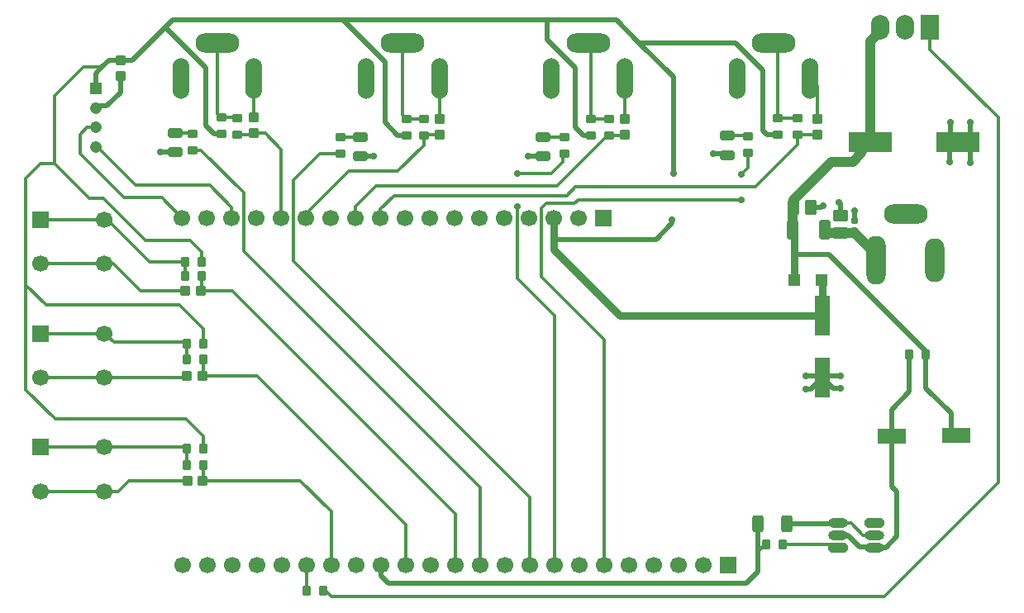
<source format=gtl>
G04 DipTrace 4.2.0.1*
G04 Led_Race.gtl*
%MOIN*%
G04 #@! TF.FileFunction,Copper,L1,Top*
G04 #@! TF.Part,Single*
%AMOUTLINE0*
4,1,28,
0.021063,0.009646,
0.021063,-0.009646,
0.020741,-0.012091,
0.019797,-0.01437,
0.018295,-0.016327,
0.016339,-0.017829,
0.01406,-0.018773,
0.011614,-0.019094,
-0.011614,-0.019094,
-0.01406,-0.018773,
-0.016339,-0.017829,
-0.018295,-0.016327,
-0.019797,-0.01437,
-0.020741,-0.012091,
-0.021063,-0.009646,
-0.021063,0.009646,
-0.020741,0.012091,
-0.019797,0.01437,
-0.018295,0.016327,
-0.016339,0.017829,
-0.01406,0.018773,
-0.011614,0.019094,
0.011614,0.019094,
0.01406,0.018773,
0.016339,0.017829,
0.018295,0.016327,
0.019797,0.01437,
0.020741,0.012091,
0.021063,0.009646,
0*%
%AMOUTLINE3*
4,1,28,
-0.021063,-0.009646,
-0.021063,0.009646,
-0.020741,0.012091,
-0.019797,0.01437,
-0.018295,0.016327,
-0.016339,0.017829,
-0.01406,0.018773,
-0.011614,0.019094,
0.011614,0.019094,
0.01406,0.018773,
0.016339,0.017829,
0.018295,0.016327,
0.019797,0.01437,
0.020741,0.012091,
0.021063,0.009646,
0.021063,-0.009646,
0.020741,-0.012091,
0.019797,-0.01437,
0.018295,-0.016327,
0.016339,-0.017829,
0.01406,-0.018773,
0.011614,-0.019094,
-0.011614,-0.019094,
-0.01406,-0.018773,
-0.016339,-0.017829,
-0.018295,-0.016327,
-0.019797,-0.01437,
-0.020741,-0.012091,
-0.021063,-0.009646,
0*%
%AMOUTLINE6*
4,1,28,
0.009646,-0.021063,
-0.009645,-0.021063,
-0.012091,-0.020741,
-0.01437,-0.019797,
-0.016327,-0.018296,
-0.017828,-0.016339,
-0.018772,-0.01406,
-0.019094,-0.011615,
-0.019095,0.011614,
-0.018773,0.014059,
-0.017829,0.016338,
-0.016327,0.018295,
-0.014371,0.019797,
-0.012092,0.020741,
-0.009646,0.021063,
0.009645,0.021063,
0.012091,0.020741,
0.01437,0.019797,
0.016327,0.018296,
0.017828,0.016339,
0.018772,0.01406,
0.019094,0.011615,
0.019095,-0.011614,
0.018773,-0.014059,
0.017829,-0.016338,
0.016327,-0.018295,
0.014371,-0.019797,
0.012092,-0.020741,
0.009646,-0.021063,
0*%
%AMOUTLINE9*
4,1,28,
-0.009646,0.021063,
0.009645,0.021063,
0.012091,0.020741,
0.01437,0.019797,
0.016327,0.018296,
0.017828,0.016339,
0.018772,0.01406,
0.019094,0.011615,
0.019095,-0.011614,
0.018773,-0.014059,
0.017829,-0.016338,
0.016327,-0.018295,
0.014371,-0.019797,
0.012092,-0.020741,
0.009646,-0.021063,
-0.009645,-0.021063,
-0.012091,-0.020741,
-0.01437,-0.019797,
-0.016327,-0.018296,
-0.017828,-0.016339,
-0.018772,-0.01406,
-0.019094,-0.011615,
-0.019095,0.011614,
-0.018773,0.014059,
-0.017829,0.016338,
-0.016327,0.018295,
-0.014371,0.019797,
-0.012092,0.020741,
-0.009646,0.021063,
0*%
%AMOUTLINE12*
4,1,28,
-0.012401,-0.006103,
-0.012402,0.006102,
-0.012201,0.00763,
-0.011611,0.009055,
-0.010672,0.010278,
-0.009449,0.011216,
-0.008025,0.011806,
-0.006496,0.012008,
0.006496,0.012008,
0.008024,0.011807,
0.009448,0.011217,
0.010672,0.010279,
0.01161,0.009055,
0.0122,0.007631,
0.012401,0.006103,
0.012402,-0.006102,
0.012201,-0.00763,
0.011611,-0.009055,
0.010672,-0.010278,
0.009449,-0.011216,
0.008025,-0.011806,
0.006496,-0.012008,
-0.006496,-0.012008,
-0.008024,-0.011807,
-0.009448,-0.011217,
-0.010672,-0.010279,
-0.01161,-0.009055,
-0.0122,-0.007631,
-0.012401,-0.006103,
0*%
%AMOUTLINE15*
4,1,28,
0.012401,0.006103,
0.012402,-0.006102,
0.012201,-0.00763,
0.011611,-0.009055,
0.010672,-0.010278,
0.009449,-0.011216,
0.008025,-0.011806,
0.006496,-0.012008,
-0.006496,-0.012008,
-0.008024,-0.011807,
-0.009448,-0.011217,
-0.010672,-0.010279,
-0.01161,-0.009055,
-0.0122,-0.007631,
-0.012401,-0.006103,
-0.012402,0.006102,
-0.012201,0.00763,
-0.011611,0.009055,
-0.010672,0.010278,
-0.009449,0.011216,
-0.008025,0.011806,
-0.006496,0.012008,
0.006496,0.012008,
0.008024,0.011807,
0.009448,0.011217,
0.010672,0.010279,
0.01161,0.009055,
0.0122,0.007631,
0.012401,0.006103,
0*%
%AMOUTLINE18*
4,1,28,
-0.030905,-0.013977,
-0.030906,0.013976,
-0.03057,0.016523,
-0.029587,0.018897,
-0.028023,0.020936,
-0.025985,0.0225,
-0.023611,0.023483,
-0.021063,0.023819,
0.021063,0.023819,
0.02361,0.023484,
0.025984,0.022501,
0.028022,0.020937,
0.029587,0.018898,
0.03057,0.016524,
0.030905,0.013977,
0.030906,-0.013976,
0.03057,-0.016523,
0.029587,-0.018897,
0.028023,-0.020936,
0.025985,-0.0225,
0.023611,-0.023483,
0.021063,-0.023819,
-0.021063,-0.023819,
-0.02361,-0.023484,
-0.025984,-0.022501,
-0.028022,-0.020937,
-0.029587,-0.018898,
-0.03057,-0.016524,
-0.030905,-0.013977,
0*%
%AMOUTLINE21*
4,1,28,
0.030905,0.013977,
0.030906,-0.013976,
0.03057,-0.016523,
0.029587,-0.018897,
0.028023,-0.020936,
0.025985,-0.0225,
0.023611,-0.023483,
0.021063,-0.023819,
-0.021063,-0.023819,
-0.02361,-0.023484,
-0.025984,-0.022501,
-0.028022,-0.020937,
-0.029587,-0.018898,
-0.03057,-0.016524,
-0.030905,-0.013977,
-0.030906,0.013976,
-0.03057,0.016523,
-0.029587,0.018897,
-0.028023,0.020936,
-0.025985,0.0225,
-0.023611,0.023483,
-0.021063,0.023819,
0.021063,0.023819,
0.02361,0.023484,
0.025984,0.022501,
0.028022,0.020937,
0.029587,0.018898,
0.03057,0.016524,
0.030905,0.013977,
0*%
%AMOUTLINE24*
4,1,28,
-0.013977,0.030905,
0.013975,0.030906,
0.016523,0.030571,
0.018897,0.029587,
0.020935,0.028023,
0.022499,0.025985,
0.023483,0.023611,
0.023818,0.021064,
0.02382,-0.021062,
0.023484,-0.02361,
0.022501,-0.025984,
0.020937,-0.028022,
0.018898,-0.029586,
0.016525,-0.03057,
0.013977,-0.030905,
-0.013975,-0.030906,
-0.016523,-0.030571,
-0.018897,-0.029587,
-0.020935,-0.028023,
-0.022499,-0.025985,
-0.023483,-0.023611,
-0.023818,-0.021064,
-0.02382,0.021062,
-0.023484,0.02361,
-0.022501,0.025984,
-0.020937,0.028022,
-0.018898,0.029586,
-0.016525,0.03057,
-0.013977,0.030905,
0*%
%AMOUTLINE27*
4,1,28,
0.013977,-0.030905,
-0.013975,-0.030906,
-0.016523,-0.030571,
-0.018897,-0.029587,
-0.020935,-0.028023,
-0.022499,-0.025985,
-0.023483,-0.023611,
-0.023818,-0.021064,
-0.02382,0.021062,
-0.023484,0.02361,
-0.022501,0.025984,
-0.020937,0.028022,
-0.018898,0.029586,
-0.016525,0.03057,
-0.013977,0.030905,
0.013975,0.030906,
0.016523,0.030571,
0.018897,0.029587,
0.020935,0.028023,
0.022499,0.025985,
0.023483,0.023611,
0.023818,0.021064,
0.02382,-0.021062,
0.023484,-0.02361,
0.022501,-0.025984,
0.020937,-0.028022,
0.018898,-0.029586,
0.016525,-0.03057,
0.013977,-0.030905,
0*%
%AMOUTLINE30*
4,1,28,
-0.029134,-0.009449,
-0.029134,0.009449,
-0.028812,0.011894,
-0.027868,0.014173,
-0.026366,0.01613,
-0.024409,0.017632,
-0.022131,0.018576,
-0.019685,0.018898,
0.019685,0.018898,
0.022131,0.018576,
0.024409,0.017632,
0.026366,0.01613,
0.027868,0.014173,
0.028812,0.011894,
0.029134,0.009449,
0.029134,-0.009449,
0.028812,-0.011894,
0.027868,-0.014173,
0.026366,-0.01613,
0.024409,-0.017632,
0.022131,-0.018576,
0.019685,-0.018898,
-0.019685,-0.018898,
-0.022131,-0.018576,
-0.024409,-0.017632,
-0.026366,-0.01613,
-0.027868,-0.014173,
-0.028812,-0.011894,
-0.029134,-0.009449,
0*%
%AMOUTLINE33*
4,1,28,
0.029134,0.009449,
0.029134,-0.009449,
0.028812,-0.011894,
0.027868,-0.014173,
0.026366,-0.01613,
0.024409,-0.017632,
0.022131,-0.018576,
0.019685,-0.018898,
-0.019685,-0.018898,
-0.022131,-0.018576,
-0.024409,-0.017632,
-0.026366,-0.01613,
-0.027868,-0.014173,
-0.028812,-0.011894,
-0.029134,-0.009449,
-0.029134,0.009449,
-0.028812,0.011894,
-0.027868,0.014173,
-0.026366,0.01613,
-0.024409,0.017632,
-0.022131,0.018576,
-0.019685,0.018898,
0.019685,0.018898,
0.022131,0.018576,
0.024409,0.017632,
0.026366,0.01613,
0.027868,0.014173,
0.028812,0.011894,
0.029134,0.009449,
0*%
%AMOUTLINE36*
4,1,28,
0.012598,-0.039567,
-0.012598,-0.039567,
-0.015146,-0.039232,
-0.01752,-0.038248,
-0.019558,-0.036684,
-0.021122,-0.034646,
-0.022106,-0.032272,
-0.022441,-0.029724,
-0.022441,0.029724,
-0.022106,0.032272,
-0.021122,0.034646,
-0.019558,0.036684,
-0.01752,0.038248,
-0.015146,0.039232,
-0.012598,0.039567,
0.012598,0.039567,
0.015146,0.039232,
0.01752,0.038248,
0.019558,0.036684,
0.021122,0.034646,
0.022106,0.032272,
0.022441,0.029724,
0.022441,-0.029724,
0.022106,-0.032272,
0.021122,-0.034646,
0.019558,-0.036684,
0.01752,-0.038248,
0.015146,-0.039232,
0.012598,-0.039567,
0*%
%AMOUTLINE39*
4,1,28,
-0.012598,0.039567,
0.012598,0.039567,
0.015146,0.039232,
0.01752,0.038248,
0.019558,0.036684,
0.021122,0.034646,
0.022106,0.032272,
0.022441,0.029724,
0.022441,-0.029724,
0.022106,-0.032272,
0.021122,-0.034646,
0.019558,-0.036684,
0.01752,-0.038248,
0.015146,-0.039232,
0.012598,-0.039567,
-0.012598,-0.039567,
-0.015146,-0.039232,
-0.01752,-0.038248,
-0.019558,-0.036684,
-0.021122,-0.034646,
-0.022106,-0.032272,
-0.022441,-0.029724,
-0.022441,0.029724,
-0.022106,0.032272,
-0.021122,0.034646,
-0.019558,0.036684,
-0.01752,0.038248,
-0.015146,0.039232,
-0.012598,0.039567,
0*%
%AMOUTLINE42*
4,1,8,
0.029528,-0.019685,
0.03937,-0.009843,
0.03937,0.009843,
0.029528,0.019685,
-0.029528,0.019685,
-0.03937,0.009843,
-0.03937,-0.009843,
-0.029528,-0.019685,
0.029528,-0.019685,
0*%
%AMOUTLINE45*
4,1,8,
-0.029528,0.019685,
-0.03937,0.009843,
-0.03937,-0.009843,
-0.029528,-0.019685,
0.029528,-0.019685,
0.03937,-0.009843,
0.03937,0.009843,
0.029528,0.019685,
-0.029528,0.019685,
0*%
%AMOUTLINE48*
4,1,28,
0.021063,0.008465,
0.021063,-0.008464,
0.020782,-0.010604,
0.019956,-0.012598,
0.018642,-0.01431,
0.01693,-0.015624,
0.014936,-0.01645,
0.012796,-0.016732,
-0.012795,-0.016733,
-0.014935,-0.016451,
-0.016929,-0.015625,
-0.018641,-0.014311,
-0.019955,-0.012599,
-0.020781,-0.010605,
-0.021063,-0.008465,
-0.021063,0.008464,
-0.020782,0.010604,
-0.019956,0.012598,
-0.018642,0.01431,
-0.01693,0.015624,
-0.014936,0.01645,
-0.012796,0.016732,
0.012795,0.016733,
0.014935,0.016451,
0.016929,0.015625,
0.018641,0.014311,
0.019955,0.012599,
0.020781,0.010605,
0.021063,0.008465,
0*%
%AMOUTLINE51*
4,1,28,
-0.021063,-0.008465,
-0.021063,0.008464,
-0.020782,0.010604,
-0.019956,0.012598,
-0.018642,0.01431,
-0.01693,0.015624,
-0.014936,0.01645,
-0.012796,0.016732,
0.012795,0.016733,
0.014935,0.016451,
0.016929,0.015625,
0.018641,0.014311,
0.019955,0.012599,
0.020781,0.010605,
0.021063,0.008465,
0.021063,-0.008464,
0.020782,-0.010604,
0.019956,-0.012598,
0.018642,-0.01431,
0.01693,-0.015624,
0.014936,-0.01645,
0.012796,-0.016732,
-0.012795,-0.016733,
-0.014935,-0.016451,
-0.016929,-0.015625,
-0.018641,-0.014311,
-0.019955,-0.012599,
-0.020781,-0.010605,
-0.021063,-0.008465,
0*%
%AMOUTLINE54*
4,1,28,
-0.008465,0.021063,
0.008465,0.021063,
0.010604,0.020781,
0.012598,0.019955,
0.014311,0.018641,
0.015625,0.016929,
0.016451,0.014935,
0.016732,0.012795,
0.016732,-0.012795,
0.016451,-0.014935,
0.015625,-0.016929,
0.014311,-0.018641,
0.012598,-0.019955,
0.010604,-0.020781,
0.008465,-0.021063,
-0.008465,-0.021063,
-0.010604,-0.020781,
-0.012598,-0.019955,
-0.014311,-0.018641,
-0.015625,-0.016929,
-0.016451,-0.014935,
-0.016732,-0.012795,
-0.016732,0.012795,
-0.016451,0.014935,
-0.015625,0.016929,
-0.014311,0.018641,
-0.012598,0.019955,
-0.010604,0.020781,
-0.008465,0.021063,
0*%
%AMOUTLINE57*
4,1,28,
0.008465,-0.021063,
-0.008465,-0.021063,
-0.010604,-0.020781,
-0.012598,-0.019955,
-0.014311,-0.018641,
-0.015625,-0.016929,
-0.016451,-0.014935,
-0.016732,-0.012795,
-0.016732,0.012795,
-0.016451,0.014935,
-0.015625,0.016929,
-0.014311,0.018641,
-0.012598,0.019955,
-0.010604,0.020781,
-0.008465,0.021063,
0.008465,0.021063,
0.010604,0.020781,
0.012598,0.019955,
0.014311,0.018641,
0.015625,0.016929,
0.016451,0.014935,
0.016732,0.012795,
0.016732,-0.012795,
0.016451,-0.014935,
0.015625,-0.016929,
0.014311,-0.018641,
0.012598,-0.019955,
0.010604,-0.020781,
0.008465,-0.021063,
0*%
%AMOUTLINE60*
4,1,28,
-0.012402,0.034843,
0.012402,0.034843,
0.014949,0.034507,
0.017323,0.033524,
0.019361,0.03196,
0.020925,0.029921,
0.021909,0.027547,
0.022244,0.025,
0.022244,-0.025,
0.021909,-0.027547,
0.020925,-0.029921,
0.019361,-0.03196,
0.017323,-0.033524,
0.014949,-0.034507,
0.012402,-0.034843,
-0.012402,-0.034843,
-0.014949,-0.034507,
-0.017323,-0.033524,
-0.019361,-0.03196,
-0.020925,-0.029921,
-0.021909,-0.027547,
-0.022244,-0.025,
-0.022244,0.025,
-0.021909,0.027547,
-0.020925,0.029921,
-0.019361,0.03196,
-0.017323,0.033524,
-0.014949,0.034507,
-0.012402,0.034843,
0*%
%AMOUTLINE63*
4,1,28,
0.012402,-0.034843,
-0.012402,-0.034843,
-0.014949,-0.034507,
-0.017323,-0.033524,
-0.019361,-0.03196,
-0.020925,-0.029921,
-0.021909,-0.027547,
-0.022244,-0.025,
-0.022244,0.025,
-0.021909,0.027547,
-0.020925,0.029921,
-0.019361,0.03196,
-0.017323,0.033524,
-0.014949,0.034507,
-0.012402,0.034843,
0.012402,0.034843,
0.014949,0.034507,
0.017323,0.033524,
0.019361,0.03196,
0.020925,0.029921,
0.021909,0.027547,
0.022244,0.025,
0.022244,-0.025,
0.021909,-0.027547,
0.020925,-0.029921,
0.019361,-0.03196,
0.017323,-0.033524,
0.014949,-0.034507,
0.012402,-0.034843,
0*%
G04 #@! TA.AperFunction,Conductor*
%ADD15C,0.019685*%
%ADD16C,0.012992*%
%ADD17C,0.031496*%
%ADD18C,0.03937*%
%ADD22R,0.177165X0.082677*%
%ADD23R,0.062992X0.163386*%
%ADD24R,0.047244X0.047244*%
G04 #@! TA.AperFunction,ComponentPad*
%ADD25R,0.066929X0.066929*%
%ADD26C,0.066929*%
%ADD27O,0.177165X0.07874*%
%ADD28O,0.066929X0.165354*%
%ADD30R,0.047559X0.047559*%
%ADD31C,0.047559*%
%ADD32O,0.07874X0.177165*%
%ADD33O,0.07874X0.19685*%
%ADD34R,0.074803X0.098425*%
%ADD35O,0.074803X0.098425*%
%ADD36R,0.11811X0.059055*%
%ADD37O,0.07874X0.03937*%
G04 #@! TA.AperFunction,ViaPad*
%ADD38C,0.028622*%
%ADD83OUTLINE0*%
%ADD86OUTLINE3*%
%ADD89OUTLINE6*%
%ADD92OUTLINE9*%
%ADD95OUTLINE12*%
%ADD98OUTLINE15*%
%ADD101OUTLINE18*%
%ADD104OUTLINE21*%
%ADD107OUTLINE24*%
%ADD110OUTLINE27*%
%ADD113OUTLINE30*%
%ADD116OUTLINE33*%
%ADD119OUTLINE36*%
%ADD122OUTLINE39*%
G04 #@! TA.AperFunction,ComponentPad*
%ADD125OUTLINE42*%
%ADD128OUTLINE45*%
%ADD131OUTLINE48*%
%ADD134OUTLINE51*%
%ADD137OUTLINE54*%
%ADD140OUTLINE57*%
%ADD143OUTLINE60*%
%ADD146OUTLINE63*%
%FSLAX26Y26*%
G04*
G70*
G90*
G75*
G01*
G04 Top*
%LPD*%
X800787Y-1400000D2*
D15*
Y-1442520D1*
X830709Y-1472441D1*
X2275591D1*
X2322835Y-1425197D1*
Y-1344435D1*
Y-1232283D1*
X2354331Y-1314961D2*
D16*
X2352309D1*
X2322835Y-1344435D1*
X500787Y-1400000D2*
Y-1503545D1*
X500394Y-1503938D1*
X2562992Y338583D2*
X2483858D1*
X2482087Y336811D1*
X800000Y0D2*
Y36220D1*
X854331Y90551D1*
X1551181D1*
X1586614Y125984D1*
X2311024D1*
X2482087Y297047D1*
Y336811D1*
X700000Y0D2*
Y48576D1*
X781345Y129921D1*
X1511811D1*
X1716535Y334646D1*
X1720473D1*
X1783858D1*
X1785630Y336417D1*
X500000Y0D2*
Y15748D1*
X673228Y188976D1*
X870079D1*
X976378Y295276D1*
Y334646D1*
X1039370Y338583D2*
X980315D1*
X976378Y334646D1*
X220472Y338583D2*
X283465D1*
X287402Y342520D1*
X400000Y0D2*
Y276490D1*
X333970Y342520D1*
X287402D1*
X2562992Y401575D2*
Y533465D1*
X2533465Y562992D1*
X1785630Y399409D2*
Y562795D1*
X1785433Y562992D1*
X1039370Y401575D2*
Y561024D1*
X1037402Y562992D1*
X287402Y405512D2*
Y561024D1*
X289370Y562992D1*
X-570866Y-182678D2*
X-314961D1*
X-277951D1*
X-168236Y-292394D1*
X12891D1*
X-570866Y-642126D2*
X-314961D1*
X12899D1*
X19428Y-635597D1*
X-570866Y-1101575D2*
X-314961D1*
X-259055D1*
X-215861Y-1058381D1*
X20215D1*
X-248031Y574803D2*
D15*
Y507874D1*
X-303150Y452756D1*
X-339815D1*
X-348028Y444543D1*
X2535433Y43308D2*
X2578741D1*
X2586614Y51181D1*
X2653543Y11811D2*
Y59056D1*
X2649606Y62992D1*
X2712598Y-11024D2*
Y31496D1*
X-86614Y267717D2*
X-28937D1*
X-27559Y266339D1*
X718110Y250591D2*
X770276D1*
X771654Y251969D1*
X1393701D2*
X1453744D1*
X1455122Y250591D1*
X2141732Y259843D2*
X2193430D1*
X2198549Y254724D1*
X2515748Y-637795D2*
X2578740D1*
X2582677Y-641732D1*
X2515748Y-688976D2*
X2535433D1*
X2582677Y-641732D1*
X2653543Y-637795D2*
X2586614D1*
X2582677Y-641732D1*
X2653543Y-685039D2*
X2625984D1*
X2582677Y-641732D1*
X2420866Y-1314961D2*
D16*
X2645669D1*
Y-1330709D1*
X3094488Y228346D2*
D15*
Y271674D1*
X3129921Y307108D1*
X3177165Y224409D2*
Y275591D1*
X3145648Y307108D1*
X3129921D1*
X3098425Y385827D2*
Y338604D1*
X3129921Y307108D1*
X3177165Y385827D2*
Y330709D1*
X3153564Y307108D1*
X3129921D1*
X2403346Y403346D2*
D16*
Y691142D1*
X2385827Y708661D1*
X2482087Y403346D2*
X2403346D1*
X2578740Y-248032D2*
D17*
X2582667D1*
Y-393701D1*
X1766479D1*
X1500000Y-127222D1*
Y-85202D1*
Y0D1*
X-348028Y523283D2*
D15*
Y585043D1*
X-324106Y608965D1*
X-295276Y637795D1*
X-248031D1*
X-200787D1*
X-66056Y772526D1*
X-39370Y799213D1*
X649606D1*
X1473442D1*
X1751969D1*
X1842520Y708661D1*
X1980315Y570866D1*
Y181102D1*
X1976378Y-7874D2*
Y-19685D1*
X1910861Y-85202D1*
X1500000D1*
X2403346Y336811D2*
X2360039D1*
X2342520Y354331D1*
Y598425D1*
X2232283Y708661D1*
X1842520D1*
X1649607Y334646D2*
X1618110D1*
X1586614Y366142D1*
Y606299D1*
X1473442Y719471D1*
Y799213D1*
X905512Y335039D2*
X869685D1*
X818898Y385827D1*
Y629921D1*
X649606Y799213D1*
X157480Y338976D2*
X129528D1*
X94488Y374016D1*
Y606299D1*
X-66056Y766844D1*
Y772526D1*
X77655Y-174957D2*
D16*
Y-136710D1*
X31496Y-90551D1*
X-149606D1*
X-318898Y78740D1*
X-374016D1*
X-515748Y220472D1*
Y492126D1*
X-398909Y608965D1*
X-324106D1*
X84192Y-930181D2*
Y-879467D1*
X15748Y-811024D1*
X-511811D1*
X-629921Y-692913D1*
Y-268205D1*
Y161417D1*
X-570866Y220472D1*
X-515748D1*
X84979Y-504814D2*
Y-447184D1*
X-11811Y-350394D1*
X-547732D1*
X-629921Y-268205D1*
X2198549Y332283D2*
X2280343D1*
X2282114Y330512D1*
X1649605Y401181D2*
Y696851D1*
X1637795Y708661D1*
X1720472Y401181D2*
X1649605D1*
X889764Y708661D2*
Y417323D1*
X905512Y401575D1*
X975984D1*
X976378Y401181D1*
X141732Y708661D2*
Y421260D1*
X157480Y405512D1*
X220079D1*
X220472Y405118D1*
X566929Y-1503937D2*
X578740D1*
X602362Y-1527559D1*
X2830709D1*
X3291339Y-1066929D1*
Y405512D1*
X3015748Y681102D1*
Y771653D1*
X43309Y273819D2*
X76575D1*
X248031Y102362D1*
Y-133858D1*
X1200787Y-1086614D1*
Y-1400000D1*
X637795Y260236D2*
X555512D1*
X448819Y153543D1*
Y-173228D1*
X1400787Y-1125197D1*
Y-1400000D1*
X1500787D2*
Y-394488D1*
X1350394Y-244094D1*
Y47244D1*
Y181102D2*
X1488189D1*
X1535433Y228346D1*
Y254528D1*
X1541142Y260236D1*
X1700787Y-1400000D2*
Y-488189D1*
X1448819Y-236220D1*
Y39370D1*
X1468504Y59055D1*
X1582677D1*
X1598425Y74803D1*
X2255906D1*
Y177165D2*
X2283465Y204724D1*
Y262626D1*
X2282114Y263976D1*
X-27559Y343898D2*
X39764D1*
X43308Y340354D1*
X637795Y326772D2*
X716732D1*
X718110Y328150D1*
X2438583Y-1232283D2*
D15*
X2644094D1*
X2645669Y-1230709D1*
D16*
X2699213D1*
X2746850Y-1278346D1*
X2791339D1*
X2862205Y-877958D2*
D15*
Y-771654D1*
X2933465Y-700394D1*
Y-551183D1*
X2645669Y-1280709D2*
X2686220D1*
X2732283Y-1326772D1*
X2789764D1*
X2791339Y-1328346D1*
X2862205Y-877958D2*
Y-1082677D1*
X2881890Y-1102362D1*
Y-1283465D1*
X2837008Y-1328346D1*
X2791339D1*
X2799213Y-169291D2*
D18*
Y-145669D1*
X2712598Y-59055D1*
X2653544D1*
X2602362D1*
X2590551Y-47244D1*
X2712599Y-51181D2*
D16*
X2661418D1*
X2653544Y-59055D1*
X2461811Y-47244D2*
D18*
Y40550D1*
X2464567Y43306D1*
Y74803D1*
X2618110Y228346D1*
X2704724D1*
X2740157Y263780D1*
Y271654D1*
X2775591Y307087D1*
Y712598D1*
X2815748Y752756D1*
Y771643D1*
X2468504Y-248034D2*
D17*
Y-144804D1*
Y-68539D1*
X2461811Y-61846D1*
Y-47244D1*
X3000000Y-551182D2*
D15*
Y-535433D1*
X2609371Y-144804D1*
X2468504D1*
X3000000Y-551182D2*
Y-685039D1*
X3102362Y-787402D1*
Y-858263D1*
X3122047Y-877948D1*
X11119Y-233857D2*
D16*
Y-174957D1*
X-314961Y-5513D2*
X-301573D1*
X-132130Y-174957D1*
X11119D1*
X-570866Y-5513D2*
X-314961D1*
X1455122Y328150D2*
X1539764D1*
X1541142Y326772D1*
X17656Y-569768D2*
Y-505601D1*
X18444Y-504814D1*
X-314961Y-464961D2*
X-310630D1*
X-275591Y-500000D1*
X13630D1*
X18444Y-504814D1*
X-570866Y-464961D2*
X-314961D1*
X18444Y-995837D2*
Y-930971D1*
X17656Y-930183D1*
X-314961Y-924409D2*
X11882D1*
X17656Y-930183D1*
X-570866Y-924409D2*
X-314961D1*
X-348028Y365803D2*
X-383808D1*
X-412285Y337327D1*
Y258741D1*
X-236220Y82677D1*
X-82677D1*
X0Y0D1*
X-348028Y287063D2*
X-342181D1*
X-188239Y133121D1*
X110367D1*
X200000Y43488D1*
Y0D1*
X75883Y-292393D2*
X201842D1*
X1100787Y-1191339D1*
Y-1400000D1*
X77655Y-233857D2*
Y-290621D1*
X75883Y-292393D1*
X82420Y-635597D2*
X300951D1*
X900787Y-1235433D1*
Y-1400000D1*
X84192Y-569767D2*
Y-633825D1*
X82420Y-635597D1*
X83207Y-1058381D2*
X475703D1*
X600787Y-1183465D1*
Y-1400000D1*
X84979Y-995837D2*
Y-1056609D1*
X83207Y-1058381D1*
D38*
X1980315Y181102D3*
X1976378Y-7874D3*
X1350394Y47244D3*
Y181102D3*
X2255906Y74803D3*
Y177165D3*
X771654Y251969D3*
X1393701D3*
X-86614Y267717D3*
X2141732Y259843D3*
X2586614Y51181D3*
X2649606Y62992D3*
X2712598Y31496D3*
X2515748Y-637795D3*
Y-688976D3*
X2653543Y-685039D3*
Y-637795D3*
X3098425Y385827D3*
X3177165D3*
X3094488Y228346D3*
X3177165Y224409D3*
D83*
X2562992Y401575D3*
D86*
Y338583D3*
D89*
X75883Y-292393D3*
D92*
X12891Y-292394D3*
D89*
X82420Y-635597D3*
D92*
X19428D3*
D89*
X83207Y-1058381D3*
D92*
X20215D3*
D83*
X1785630Y399409D3*
D86*
Y336417D3*
D83*
X-248031Y637795D3*
D86*
Y574803D3*
D83*
X1039370Y401575D3*
D86*
Y338583D3*
D83*
X287402Y405512D3*
D86*
Y342520D3*
D22*
X2775591Y307087D3*
X3129921Y307108D3*
D95*
X2712599Y-51181D3*
D98*
X2712598Y-11024D3*
D101*
X2653544Y-59055D3*
D104*
X2653543Y11811D3*
D107*
X2464567Y43306D3*
D110*
X2535433Y43308D3*
D23*
X2582677Y-641732D3*
X2582667Y-393701D3*
D113*
X-27559Y266339D3*
D116*
Y343898D3*
D113*
X718110Y250591D3*
D116*
Y328150D3*
D113*
X1455122Y250591D3*
D116*
Y328150D3*
D113*
X2198549Y254724D3*
D116*
Y332283D3*
D24*
X2578740Y-248032D3*
X2468504Y-248034D3*
D25*
X2200787Y-1400000D3*
D26*
X2100787D3*
X2000787D3*
X1900787D3*
X1800787D3*
X1700787D3*
X1600787D3*
X1500787D3*
X1400787D3*
X1300787D3*
X1200787D3*
X1100787D3*
X1000787D3*
X900787D3*
X800787D3*
X700787D3*
X600787D3*
X500787D3*
X400787D3*
X300787D3*
X200787D3*
X100787D3*
X787D3*
D25*
X1700000Y0D3*
D26*
X1600000D3*
X1500000D3*
X1400000D3*
X1300000D3*
X1200000D3*
X1100000D3*
X1000000D3*
X900000D3*
X800000D3*
X700000D3*
X600000D3*
X500000D3*
X400000D3*
X300000D3*
X200000D3*
X100000D3*
X0D3*
D27*
X2385827Y708661D3*
D28*
X2533465Y562992D3*
X2238189D3*
D27*
X1637795Y708661D3*
D28*
X1785433Y562992D3*
X1490157D3*
D30*
X-348028Y523283D3*
D31*
Y444543D3*
Y365803D3*
Y287063D3*
D27*
X889764Y708661D3*
D28*
X1037402Y562992D3*
X742126D3*
D27*
X141732Y708661D3*
D28*
X289370Y562992D3*
X-5906D3*
D32*
X3035433Y-169291D3*
D33*
X2799213D3*
D27*
X2917323Y15748D3*
D34*
X3015748Y771653D3*
D35*
X2915748Y771648D3*
X2815748Y771643D3*
D119*
X2590551Y-47244D3*
D122*
X2461811D3*
D36*
X3122047Y-877948D3*
X2862205Y-877958D3*
D125*
X2645669Y-1330709D3*
D37*
Y-1280709D3*
Y-1230709D3*
D128*
X2791339Y-1228346D3*
D37*
Y-1278346D3*
Y-1328346D3*
D131*
X43308Y340354D3*
D134*
X43309Y273819D3*
D131*
X637795Y326772D3*
D134*
Y260236D3*
D131*
X1541142Y326772D3*
D134*
Y260236D3*
D131*
X2282114Y330512D3*
D134*
Y263976D3*
D137*
X11119Y-174957D3*
D140*
X77655D3*
D137*
X18444Y-504814D3*
D140*
X84979D3*
D137*
X17656Y-930183D3*
D140*
X84192Y-930181D3*
D131*
X2403346Y403346D3*
D134*
Y336811D3*
X2482087D3*
D131*
Y403346D3*
D140*
X77655Y-233857D3*
D137*
X11119D3*
D140*
X84192Y-569767D3*
D137*
X17656Y-569768D3*
D140*
X84979Y-995837D3*
D137*
X18444D3*
D131*
X1649605Y401181D3*
D134*
X1649607Y334646D3*
X1720473D3*
D131*
X1720472Y401181D3*
X905512Y401575D3*
D134*
Y335039D3*
X976378Y334646D3*
D131*
Y401181D3*
D140*
X3000000Y-551182D3*
D137*
X2933465Y-551183D3*
D131*
X157480Y405512D3*
D134*
Y338976D3*
X220472Y338583D3*
D131*
Y405118D3*
D143*
X2322835Y-1232283D3*
D146*
X2438583D3*
D137*
X2354331Y-1314961D3*
D140*
X2420866D3*
X566929Y-1503937D3*
D137*
X500394Y-1503938D3*
D25*
X-570866Y-5513D3*
D26*
Y-182678D3*
X-314961D3*
Y-5513D3*
D25*
X-570866Y-464961D3*
D26*
Y-642126D3*
X-314961D3*
Y-464961D3*
D25*
X-570866Y-924409D3*
D26*
Y-1101575D3*
X-314961D3*
Y-924409D3*
M02*

</source>
